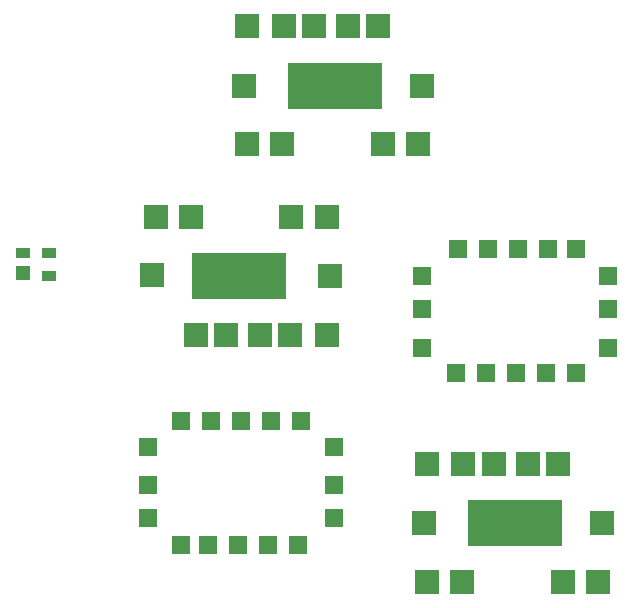
<source format=gbp>
%TF.GenerationSoftware,KiCad,Pcbnew,(6.0.4-0)*%
%TF.CreationDate,2022-04-21T11:02:12-05:00*%
%TF.ProjectId,payload_board,7061796c-6f61-4645-9f62-6f6172642e6b,3*%
%TF.SameCoordinates,Original*%
%TF.FileFunction,Paste,Bot*%
%TF.FilePolarity,Positive*%
%FSLAX46Y46*%
G04 Gerber Fmt 4.6, Leading zero omitted, Abs format (unit mm)*
G04 Created by KiCad (PCBNEW (6.0.4-0)) date 2022-04-21 11:02:12*
%MOMM*%
%LPD*%
G01*
G04 APERTURE LIST*
%ADD10R,1.524000X1.524000*%
%ADD11R,2.000000X2.000000*%
%ADD12R,8.000000X4.000000*%
%ADD13R,1.295400X0.889000*%
%ADD14R,1.295400X1.193800*%
G04 APERTURE END LIST*
D10*
X67140000Y-131670000D03*
X67140000Y-128880000D03*
X67140000Y-125600000D03*
X69870000Y-123450000D03*
X72410000Y-123450000D03*
X74950000Y-123450000D03*
X77490000Y-123450000D03*
X80030000Y-123450000D03*
X82860000Y-125600000D03*
X82860000Y-128880000D03*
X82860000Y-131670000D03*
X79840000Y-133960000D03*
X77300000Y-133960000D03*
X74760000Y-133960000D03*
X72220000Y-133960000D03*
X69870000Y-133960000D03*
D11*
X93820000Y-127040000D03*
X96370000Y-127040000D03*
X99270000Y-127040000D03*
X101820000Y-127040000D03*
X105530000Y-132070000D03*
X105220000Y-137040000D03*
X102220000Y-137040000D03*
X93720000Y-137040000D03*
X90720000Y-137040000D03*
X90470000Y-132060000D03*
X90720000Y-127040000D03*
D12*
X98170000Y-132060000D03*
D10*
X106060000Y-111150000D03*
X106060000Y-113940000D03*
X106060000Y-117220000D03*
X103330000Y-119370000D03*
X100790000Y-119370000D03*
X98250000Y-119370000D03*
X95710000Y-119370000D03*
X93170000Y-119370000D03*
X90340000Y-117220000D03*
X90340000Y-113940000D03*
X90340000Y-111150000D03*
X93360000Y-108860000D03*
X95900000Y-108860000D03*
X98440000Y-108860000D03*
X100980000Y-108860000D03*
X103330000Y-108860000D03*
D11*
X79160000Y-116140000D03*
X76610000Y-116140000D03*
X73710000Y-116140000D03*
X71160000Y-116140000D03*
X67450000Y-111110000D03*
X67760000Y-106140000D03*
X70760000Y-106140000D03*
X79260000Y-106140000D03*
X82260000Y-106140000D03*
X82510000Y-111120000D03*
X82260000Y-116140000D03*
D12*
X74810000Y-111120000D03*
D13*
X58712200Y-109227500D03*
X56502400Y-109227500D03*
D14*
X56502400Y-110929300D03*
D13*
X58712200Y-111132500D03*
D11*
X78590000Y-90020000D03*
X81140000Y-90020000D03*
X84040000Y-90020000D03*
X86590000Y-90020000D03*
X90300000Y-95050000D03*
X89990000Y-100020000D03*
X86990000Y-100020000D03*
X78490000Y-100020000D03*
X75490000Y-100020000D03*
X75240000Y-95040000D03*
X75490000Y-90020000D03*
D12*
X82940000Y-95040000D03*
M02*

</source>
